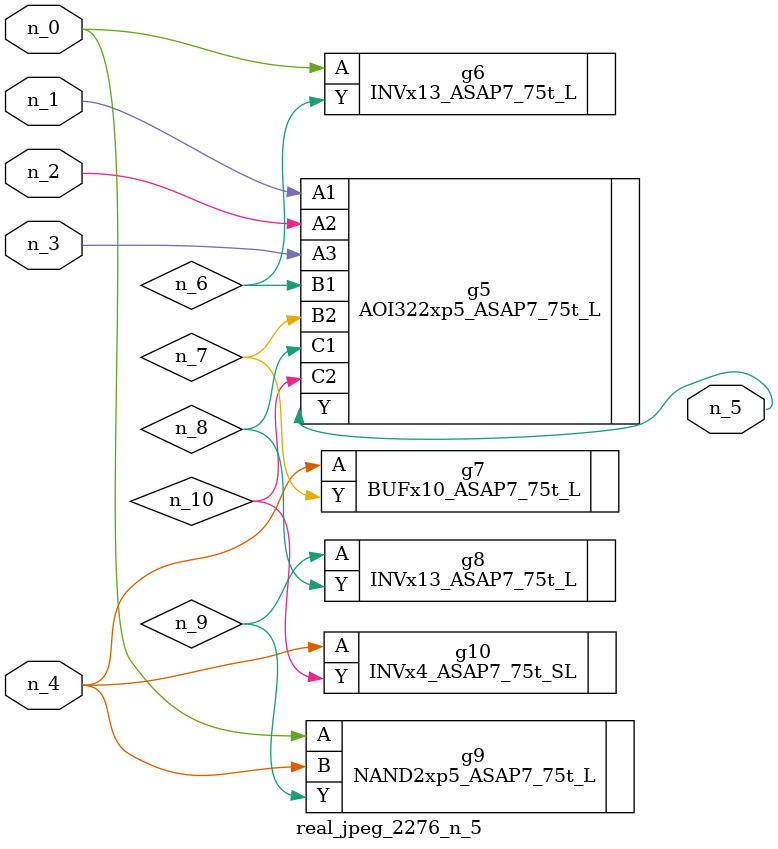
<source format=v>
module real_jpeg_2276_n_5 (n_4, n_0, n_1, n_2, n_3, n_5);

input n_4;
input n_0;
input n_1;
input n_2;
input n_3;

output n_5;

wire n_8;
wire n_6;
wire n_7;
wire n_10;
wire n_9;

INVx13_ASAP7_75t_L g6 ( 
.A(n_0),
.Y(n_6)
);

NAND2xp5_ASAP7_75t_L g9 ( 
.A(n_0),
.B(n_4),
.Y(n_9)
);

AOI322xp5_ASAP7_75t_L g5 ( 
.A1(n_1),
.A2(n_2),
.A3(n_3),
.B1(n_6),
.B2(n_7),
.C1(n_8),
.C2(n_10),
.Y(n_5)
);

BUFx10_ASAP7_75t_L g7 ( 
.A(n_4),
.Y(n_7)
);

INVx4_ASAP7_75t_SL g10 ( 
.A(n_4),
.Y(n_10)
);

INVx13_ASAP7_75t_L g8 ( 
.A(n_9),
.Y(n_8)
);


endmodule
</source>
